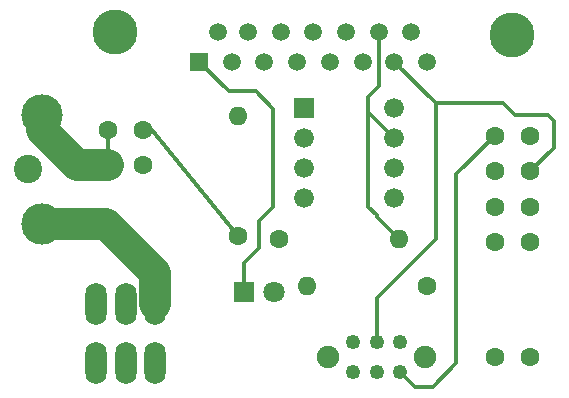
<source format=gbr>
G04 #@! TF.FileFunction,Copper,L2,Bot,Signal*
%FSLAX46Y46*%
G04 Gerber Fmt 4.6, Leading zero omitted, Abs format (unit mm)*
G04 Created by KiCad (PCBNEW 4.0.7-e0-6372~58~ubuntu16.04.1) date Wed Aug 16 12:04:21 2017*
%MOMM*%
%LPD*%
G01*
G04 APERTURE LIST*
%ADD10C,0.100000*%
%ADD11R,1.800000X1.800000*%
%ADD12C,1.800000*%
%ADD13C,1.600000*%
%ADD14C,3.810000*%
%ADD15R,1.520000X1.520000*%
%ADD16C,1.520000*%
%ADD17O,1.600000X1.600000*%
%ADD18C,1.250000*%
%ADD19C,1.900000*%
%ADD20R,1.676400X1.676400*%
%ADD21C,1.676400*%
%ADD22O,1.800000X3.600000*%
%ADD23C,3.500000*%
%ADD24C,2.400000*%
%ADD25C,0.300000*%
%ADD26C,2.700000*%
G04 APERTURE END LIST*
D10*
D11*
X154250000Y-85500000D03*
D12*
X156790000Y-85500000D03*
D13*
X175500000Y-91000000D03*
X178500000Y-91000000D03*
X142750000Y-74750000D03*
X142750000Y-71750000D03*
X145750000Y-74750000D03*
X145750000Y-71750000D03*
X175500000Y-81250000D03*
X175500000Y-78250000D03*
X175500000Y-75250000D03*
X175500000Y-72250000D03*
X178500000Y-81250000D03*
X178500000Y-78250000D03*
X178500000Y-75250000D03*
X178500000Y-72250000D03*
D14*
X176920000Y-63710000D03*
X143390000Y-63460000D03*
D15*
X150500000Y-66000000D03*
D16*
X153290000Y-66000000D03*
X155960000Y-66000000D03*
X158750000Y-66000000D03*
X161550000Y-66000000D03*
X164340000Y-66000000D03*
X167010000Y-66000000D03*
X169800000Y-66000000D03*
X152070000Y-63460000D03*
X154610000Y-63460000D03*
X157410000Y-63460000D03*
X160150000Y-63460000D03*
X162900000Y-63460000D03*
X165690000Y-63460000D03*
X168430000Y-63460000D03*
D13*
X153750000Y-80750000D03*
D17*
X153750000Y-70590000D03*
D13*
X157250000Y-81000000D03*
D17*
X167410000Y-81000000D03*
D13*
X169750000Y-85000000D03*
D17*
X159590000Y-85000000D03*
D18*
X167500000Y-92250000D03*
X165500000Y-92250000D03*
X163500000Y-92250000D03*
X167500000Y-89750000D03*
X165500000Y-89750000D03*
X163500000Y-89750000D03*
D19*
X169600000Y-91000000D03*
X161400000Y-91000000D03*
D20*
X159380000Y-69880000D03*
D21*
X159380000Y-72420000D03*
X159380000Y-74960000D03*
X159380000Y-77500000D03*
X167000000Y-77500000D03*
X167000000Y-74960000D03*
X167000000Y-72420000D03*
X167000000Y-69880000D03*
D22*
X146750000Y-91500000D03*
X146750000Y-86500000D03*
X144250000Y-91500000D03*
X144250000Y-86500000D03*
X141750000Y-91500000D03*
X141750000Y-86500000D03*
D23*
X137160000Y-70485000D03*
D24*
X135960000Y-75085000D03*
D23*
X137160000Y-79685000D03*
D25*
X154250000Y-85500000D02*
X154250000Y-83000000D01*
X153000000Y-68500000D02*
X150500000Y-66000000D01*
X155250000Y-68500000D02*
X153000000Y-68500000D01*
X156750000Y-70000000D02*
X155250000Y-68500000D01*
X156750000Y-78250000D02*
X156750000Y-70000000D01*
X155500000Y-79500000D02*
X156750000Y-78250000D01*
X155500000Y-81750000D02*
X155500000Y-79500000D01*
X154250000Y-83000000D02*
X155500000Y-81750000D01*
D26*
X146750000Y-86500000D02*
X146750000Y-83885000D01*
X142550000Y-79685000D02*
X137160000Y-79685000D01*
X146750000Y-83885000D02*
X142550000Y-79685000D01*
D25*
X167500000Y-92250000D02*
X168750000Y-93500000D01*
X172250000Y-75500000D02*
X175500000Y-72250000D01*
X172250000Y-91500000D02*
X172250000Y-75500000D01*
X170250000Y-93500000D02*
X172250000Y-91500000D01*
X168750000Y-93500000D02*
X170250000Y-93500000D01*
X178500000Y-75250000D02*
X180500000Y-73250000D01*
X176240000Y-69490000D02*
X170500000Y-69490000D01*
X177250000Y-70500000D02*
X176240000Y-69490000D01*
X180000000Y-70500000D02*
X177250000Y-70500000D01*
X180500000Y-71000000D02*
X180000000Y-70500000D01*
X180500000Y-73250000D02*
X180500000Y-71000000D01*
X165500000Y-89750000D02*
X165500000Y-86000000D01*
X170500000Y-69490000D02*
X167010000Y-66000000D01*
X170500000Y-81000000D02*
X170500000Y-69490000D01*
X165500000Y-86000000D02*
X170500000Y-81000000D01*
X164790000Y-70210000D02*
X164790000Y-78290000D01*
X165500000Y-79090000D02*
X167410000Y-81000000D01*
X165500000Y-79000000D02*
X165500000Y-79090000D01*
X164790000Y-78290000D02*
X165500000Y-79000000D01*
X165690000Y-63460000D02*
X165690000Y-68060000D01*
X164750000Y-70170000D02*
X164790000Y-70210000D01*
X164790000Y-70210000D02*
X167000000Y-72420000D01*
X164750000Y-69000000D02*
X164750000Y-70170000D01*
X165690000Y-68060000D02*
X164750000Y-69000000D01*
X145750000Y-71750000D02*
X146500000Y-71750000D01*
X146500000Y-71750000D02*
X153750000Y-80750000D01*
D26*
X137160000Y-70485000D02*
X137160000Y-71755000D01*
X137160000Y-71755000D02*
X140155000Y-74750000D01*
X140155000Y-74750000D02*
X142750000Y-74750000D01*
D25*
X142750000Y-74750000D02*
X142750000Y-71750000D01*
M02*

</source>
